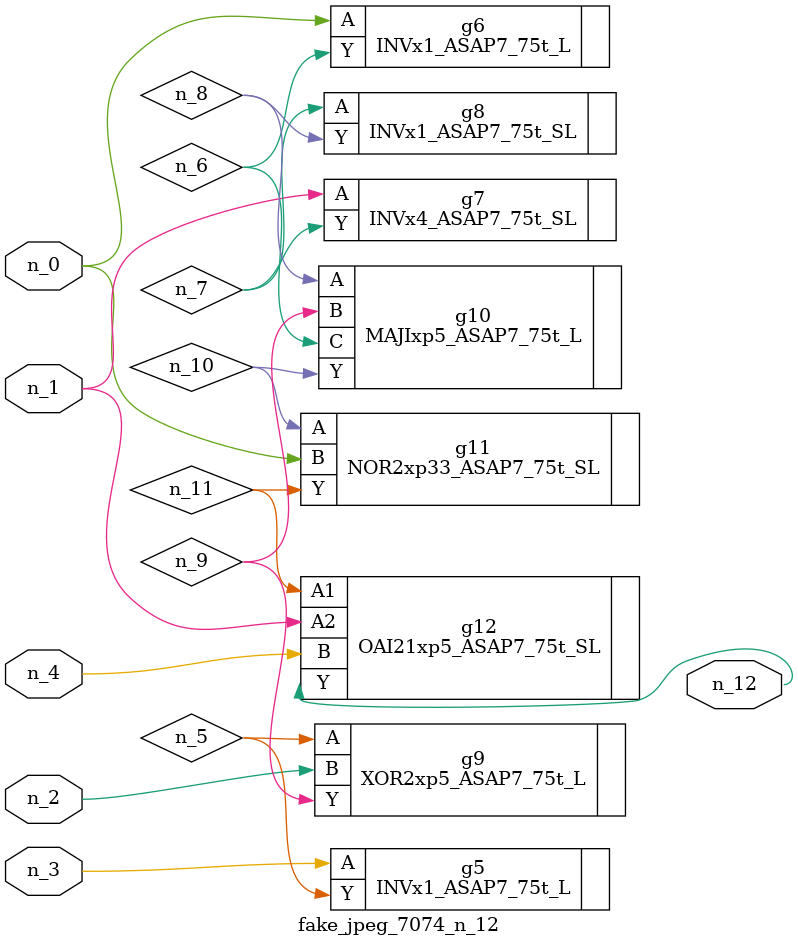
<source format=v>
module fake_jpeg_7074_n_12 (n_3, n_2, n_1, n_0, n_4, n_12);

input n_3;
input n_2;
input n_1;
input n_0;
input n_4;

output n_12;

wire n_11;
wire n_10;
wire n_8;
wire n_9;
wire n_6;
wire n_5;
wire n_7;

INVx1_ASAP7_75t_L g5 ( 
.A(n_3),
.Y(n_5)
);

INVx1_ASAP7_75t_L g6 ( 
.A(n_0),
.Y(n_6)
);

INVx4_ASAP7_75t_SL g7 ( 
.A(n_1),
.Y(n_7)
);

INVx1_ASAP7_75t_SL g8 ( 
.A(n_7),
.Y(n_8)
);

MAJIxp5_ASAP7_75t_L g10 ( 
.A(n_8),
.B(n_9),
.C(n_6),
.Y(n_10)
);

XOR2xp5_ASAP7_75t_L g9 ( 
.A(n_5),
.B(n_2),
.Y(n_9)
);

NOR2xp33_ASAP7_75t_SL g11 ( 
.A(n_10),
.B(n_0),
.Y(n_11)
);

OAI21xp5_ASAP7_75t_SL g12 ( 
.A1(n_11),
.A2(n_1),
.B(n_4),
.Y(n_12)
);


endmodule
</source>
